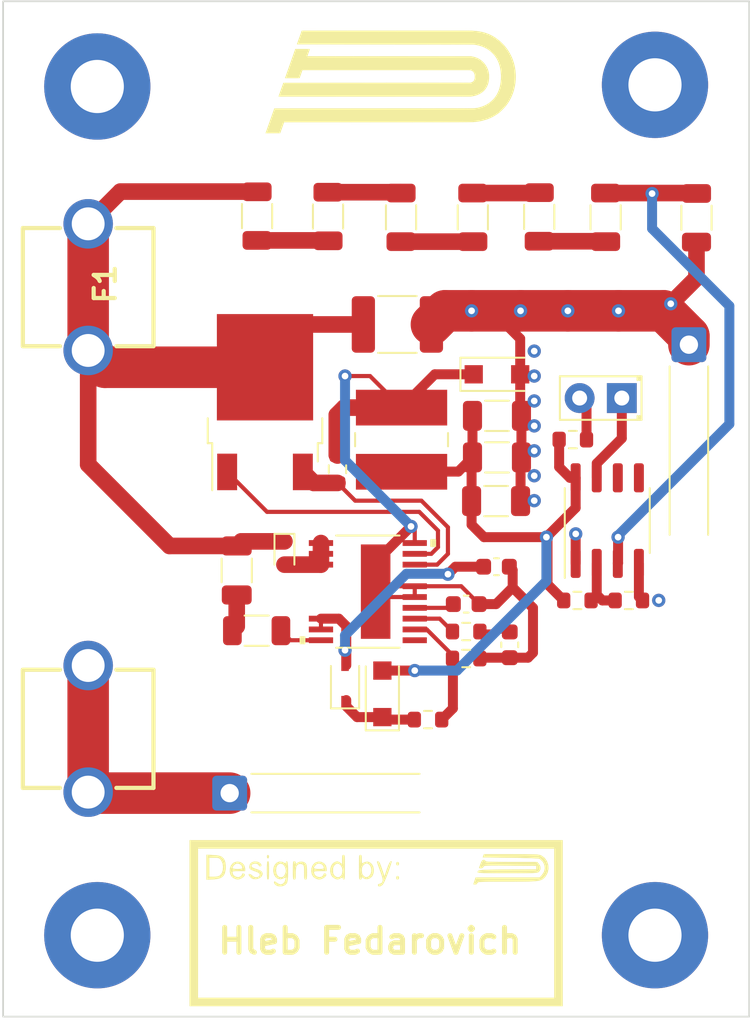
<source format=kicad_pcb>
(kicad_pcb (version 20211014) (generator pcbnew)
  (layers (0 "F.Cu" signal) (31 "B.Cu" signal) (34 "B.Paste" user) (35 "F.Paste" user) (36 "B.SilkS" user "B.Silkscreen") (37 "F.SilkS" user "F.Silkscreen") (38 "B.Mask" user) (39 "F.Mask" user) (44 "Edge.Cuts" user))
  (net 0 "")
  (net 1 "Net-(C1-Pad1)")
  (net 2 "Net-(C1-Pad2)")
  (net 3 "Net-(C2-Pad1)")
  (net 4 "Net-(C3-Pad1)")
  (net 5 "+VDC")
  (net 6 "GND")
  (net 7 "Net-(C5-Pad1)")
  (net 8 "+12V")
  (net 9 "Net-(D1-Pad1)")
  (net 10 "Net-(D1-Pad2)")
  (net 11 "Net-(D2-Pad1)")
  (net 12 "Net-(D4-Pad2)")
  (net 13 "Net-(F1-Pad2)")
  (net 14 "Net-(IC1-Pad3)")
  (net 17 "Net-(Q1-Pad1)")
  (net 18 "Net-(Q1-Pad3)")
  (net 19 "Net-(R1-Pad1)")
  (net 20 "Net-(R2-Pad1)")
  (net 21 "Net-(R3-Pad1)")
  (net 22 "Net-(R4-Pad1)")
  (net 23 "Net-(R5-Pad1)")
  (net 24 "Net-(IC1-Pad2)")
  (net 25 "Net-(R15-Pad1)")
  (net 26 "Net-(R17-Pad2)")
  (net 27 "Net-(R18-Pad2)")
  (footprint "Resistor_SMD:R_0603_1608Metric" (layer "F.Cu") (at 124.6002 121.0056 180)
    (fp_text reference "R8" hide)
    (fp_text value "5kR" hide)
    (pad "1" smd roundrect (at -0.825 0 180) (size 0.8 0.95) (layers "F.Cu" "F.Paste" "F.Mask") (net 24 "Net-(IC1-Pad2)"))
    (pad "2" smd roundrect (at 0.825 0 180) (size 0.8 0.95) (layers "F.Cu" "F.Paste" "F.Mask") (net 8 "+12V"))
  )
  (footprint "" (layer "F.Cu") (at 129.275 140.475)
    (fp_text reference "" (at 0 0) (layer "F.SilkS") (effects (font (size 1.27 1.27))))
    (fp_text value "" (at 0 0) (layer "F.SilkS") (effects (font (size 1.27 1.27))))
    (pad "1" thru_hole circle (at 0 0.675) (size 6.4 6.4) (drill 3.2) (layers *.Cu *.Mask))
  )
  (footprint "Diode_SMD:D_SOD-123F" (layer "F.Cu") (at 112.85 126.625 90)
    (fp_text reference "D2" hide)
    (fp_text value "US1KFA" hide)
    (pad "1" smd rect (at -1.4 0 90) (size 1.1 1.1) (layers "F.Cu" "F.Paste" "F.Mask") (net 11 "Net-(D2-Pad1)"))
    (pad "2" smd rect (at 1.4 0 90) (size 1.1 1.1) (layers "F.Cu" "F.Paste" "F.Mask") (net 8 "+12V"))
  )
  (footprint "Capacitor_SMD:C_0603_1608Metric" (layer "F.Cu") (at 119.725 118.975)
    (fp_text reference "C1" hide)
    (fp_text value "10uF" hide)
    (pad "1" smd roundrect (at -0.775 0) (size 0.9 0.95) (layers "F.Cu" "F.Paste" "F.Mask") (net 1 "Net-(C1-Pad1)"))
    (pad "2" smd roundrect (at 0.775 0) (size 0.9 0.95) (layers "F.Cu" "F.Paste" "F.Mask") (net 2 "Net-(C1-Pad2)"))
  )
  (footprint "LED_THT:LED_D2.0mm_W4.8mm_H2.5mm_FlatTop" (layer "F.Cu") (at 127.275 108.825 180)
    (fp_text reference "D1" hide)
    (fp_text value "LED" hide)
    (pad "1" thru_hole rect (at 0 0 180) (size 1.8 1.8) (drill 0.9) (layers *.Cu *.Mask) (net 9 "Net-(D1-Pad1)"))
    (pad "2" thru_hole circle (at 2.54 0 180) (size 1.8 1.8) (drill 0.9) (layers *.Cu *.Mask) (net 10 "Net-(D1-Pad2)"))
  )
  (footprint "Resistor_SMD:R_1206_3216Metric" (layer "F.Cu") (at 126.3 97.95 -90)
    (fp_text reference "R6" hide)
    (fp_text value "100kR" hide)
    (pad "1" smd roundrect (at -1.4625 0 270) (size 1.125 1.75) (layers "F.Cu" "F.Paste" "F.Mask") (roundrect_rratio 0.222222) (net 14 "Net-(IC1-Pad3)"))
    (pad "2" smd roundrect (at 1.4625 0 270) (size 1.125 1.75) (layers "F.Cu" "F.Paste" "F.Mask") (roundrect_rratio 0.222222) (net 23 "Net-(R5-Pad1)"))
  )
  (footprint "Capacitor_SMD:C_1206_3216Metric" (layer "F.Cu") (at 119.754 112.396 180)
    (fp_text reference "C7" hide)
    (fp_text value "47uF" hide)
    (pad "1" smd roundrect (at -1.475 0 180) (size 1.15 1.8) (layers "F.Cu" "F.Paste" "F.Mask") (roundrect_rratio 0.217391) (net 6 "GND"))
    (pad "2" smd roundrect (at 1.475 0 180) (size 1.15 1.8) (layers "F.Cu" "F.Paste" "F.Mask") (roundrect_rratio 0.217391) (net 8 "+12V"))
  )
  (footprint "SignatureBox25mm" (layer "F.Cu") (at 113.725 140.425)
    (fp_text reference "G***" hide)
    (fp_text value "LOGO" hide)
    (fp_text user "Hleb Fedarovich" (at -1.625 1.075 unlocked) (layer "F.SilkS") (effects (font (size 1.5 1.5) (thickness 0.3))))
  )
  (footprint "Inductor_SMD:L_Wuerth_WE-PD2-Typ-MS" (layer "F.Cu") (at 114.0056 111.33 -90)
    (fp_text reference "L1" hide)
    (fp_text value "1mH" hide)
    (pad "1" smd rect (at -1.93 0 270) (size 2.15 5.5) (layers "F.Cu" "F.Paste" "F.Mask") (net 2 "Net-(C1-Pad2)"))
    (pad "2" smd rect (at 1.93 0 270) (size 2.15 5.5) (layers "F.Cu" "F.Paste" "F.Mask") (net 8 "+12V"))
  )
  (footprint "Resistor_SMD:R_0603_1608Metric" (layer "F.Cu") (at 115.6 128.175 180)
    (fp_text reference "R15" hide)
    (fp_text value "21.5kR" hide)
    (pad "1" smd roundrect (at -0.825 0 180) (size 0.8 0.95) (layers "F.Cu" "F.Paste" "F.Mask") (net 25 "Net-(R15-Pad1)"))
    (pad "2" smd roundrect (at 0.825 0 180) (size 0.8 0.95) (layers "F.Cu" "F.Paste" "F.Mask") (net 11 "Net-(D2-Pad1)"))
  )
  (footprint "Capacitor_SMD:C_1206_3216Metric" (layer "F.Cu") (at 104.075 119.2 90)
    (fp_text reference "C5" hide)
    (fp_text value "10pF" hide)
    (pad "1" smd roundrect (at -1.475 0 90) (size 1.15 1.8) (layers "F.Cu" "F.Paste" "F.Mask") (roundrect_rratio 0.217391) (net 7 "Net-(C5-Pad1)"))
    (pad "2" smd roundrect (at 1.475 0 90) (size 1.15 1.8) (layers "F.Cu" "F.Paste" "F.Mask") (roundrect_rratio 0.217391) (net 5 "+VDC"))
  )
  (footprint "Resistor_SMD:R_1206_3216Metric" (layer "F.Cu") (at 113.975 97.95 90)
    (fp_text reference "R3" hide)
    (fp_text value "100kR" hide)
    (pad "1" smd roundrect (at -1.4625 0 90) (size 1.125 1.75) (layers "F.Cu" "F.Paste" "F.Mask") (roundrect_rratio 0.222222) (net 21 "Net-(R3-Pad1)"))
    (pad "2" smd roundrect (at 1.4625 0 90) (size 1.125 1.75) (layers "F.Cu" "F.Paste" "F.Mask") (roundrect_rratio 0.222222) (net 20 "Net-(R2-Pad1)"))
  )
  (footprint "Package_SO:SO-8_3.9x4.9mm_P1.27mm" (layer "F.Cu") (at 126.4 116.2 90)
    (fp_text reference "IC1" hide)
    (fp_text value "LM211DT" hide)
    (pad "1" smd roundrect (at -2.575 -1.905 90) (size 1.75 0.6) (layers "F.Cu" "F.Paste" "F.Mask") (net 6 "GND"))
    (pad "2" smd roundrect (at -2.575 -0.635 90) (size 1.75 0.6) (layers "F.Cu" "F.Paste" "F.Mask") (net 24 "Net-(IC1-Pad2)"))
    (pad "3" smd roundrect (at -2.575 0.635 90) (size 1.75 0.6) (layers "F.Cu" "F.Paste" "F.Mask") (net 14 "Net-(IC1-Pad3)"))
    (pad "4" smd roundrect (at -2.575 1.905 90) (size 1.75 0.6) (layers "F.Cu" "F.Paste" "F.Mask") (net 6 "GND"))
    (pad "5" smd roundrect (at 2.575 1.905 90) (size 1.75 0.6) (layers "F.Cu" "F.Paste" "F.Mask"))
    (pad "6" smd roundrect (at 2.575 0.635 90) (size 1.75 0.6) (layers "F.Cu" "F.Paste" "F.Mask"))
    (pad "7" smd roundrect (at 2.575 -0.635 90) (size 1.75 0.6) (layers "F.Cu" "F.Paste" "F.Mask") (net 9 "Net-(D1-Pad1)"))
    (pad "8" smd roundrect (at 2.575 -1.905 90) (size 1.75 0.6) (layers "F.Cu" "F.Paste" "F.Mask") (net 8 "+12V"))
  )
  (footprint "Diode_SMD:D_SOD-323" (layer "F.Cu") (at 110.6 126 90)
    (fp_text reference "D3" hide)
    (fp_text value "CMDSH2-3" hide)
    (pad "1" smd rect (at -1.05 0 90) (size 0.6 0.45) (layers "F.Cu" "F.Paste" "F.Mask") (net 11 "Net-(D2-Pad1)"))
    (pad "2" smd rect (at 1.05 0 90) (size 0.6 0.45) (layers "F.Cu" "F.Paste" "F.Mask") (net 1 "Net-(C1-Pad1)"))
  )
  (footprint "Resistor_SMD:R_0603_1608Metric" (layer "F.Cu") (at 117.9 124.5 180)
    (fp_text reference "R16" hide)
    (fp_text value "2.49kR" hide)
    (pad "1" smd roundrect (at -0.825 0 180) (size 0.8 0.95) (layers "F.Cu" "F.Paste" "F.Mask") (net 2 "Net-(C1-Pad2)"))
    (pad "2" smd roundrect (at 0.825 0 180) (size 0.8 0.95) (layers "F.Cu" "F.Paste" "F.Mask") (net 25 "Net-(R15-Pad1)"))
  )
  (footprint "Resistor_SMD:R_1206_3216Metric" (layer "F.Cu") (at 118.3 97.95 -90)
    (fp_text reference "R4" hide)
    (fp_text value "100kR" hide)
    (pad "1" smd roundrect (at -1.4625 0 270) (size 1.125 1.75) (layers "F.Cu" "F.Paste" "F.Mask") (roundrect_rratio 0.222222) (net 22 "Net-(R4-Pad1)"))
    (pad "2" smd roundrect (at 1.4625 0 270) (size 1.125 1.75) (layers "F.Cu" "F.Paste" "F.Mask") (roundrect_rratio 0.222222) (net 21 "Net-(R3-Pad1)"))
  )
  (footprint "Resistor_SMD:R_1206_3216Metric" (layer "F.Cu") (at 105.3 97.875 90)
    (fp_text reference "R1" hide)
    (fp_text value "100kR" hide)
    (pad "1" smd roundrect (at -1.4625 0 90) (size 1.125 1.75) (layers "F.Cu" "F.Paste" "F.Mask") (roundrect_rratio 0.222222) (net 19 "Net-(R1-Pad1)"))
    (pad "2" smd roundrect (at 1.4625 0 90) (size 1.125 1.75) (layers "F.Cu" "F.Paste" "F.Mask") (roundrect_rratio 0.222222) (net 5 "+VDC"))
  )
  (footprint "PUTM_LOGO_18mm" (layer "F.Cu") (at 112.890874 89.634565)
    (fp_text reference "G***" hide)
    (fp_text value "LOGO" hide)
  )
  (footprint "" (layer "F.Cu") (at 97.825 90.075)
    (fp_text reference "" (at 0 0) (layer "F.SilkS") (effects (font (size 1.27 1.27))))
    (fp_text value "" (at 0 0) (layer "F.SilkS") (effects (font (size 1.27 1.27))))
    (pad "1" thru_hole circle (at -2.15 0) (size 6.4 6.4) (drill 3.2) (layers *.Cu *.Mask))
  )
  (footprint "Connector_Wire:SolderWire-0.5sqmm_1x01_D0.9mm_OD2.1mm_Relief" (layer "F.Cu") (at 131.318 105.6132)
    (fp_text reference "J2" hide)
    (fp_text value "HV-")
    (pad "" np_thru_hole circle (at 0 12.6) (size 2.6 2.6) (drill 2.6) (layers *.Cu *.Mask))
    (pad "1" thru_hole roundrect (at 0 0) (size 2.1 2.1) (drill 1.1) (layers *.Cu *.Mask) (roundrect_rratio 0.119048) (net 6 "GND"))
  )
  (footprint "Capacitor_SMD:C_1206_3216Metric" (layer "F.Cu") (at 119.7 115.025 180)
    (fp_text reference "C6" hide)
    (fp_text value "47uF" hide)
    (pad "1" smd roundrect (at -1.475 0 180) (size 1.15 1.8) (layers "F.Cu" "F.Paste" "F.Mask") (roundrect_rratio 0.217391) (net 6 "GND"))
    (pad "2" smd roundrect (at 1.475 0 180) (size 1.15 1.8) (layers "F.Cu" "F.Paste" "F.Mask") (roundrect_rratio 0.217391) (net 8 "+12V"))
  )
  (footprint "vindicator:LT8316EFE" (layer "F.Cu") (at 111.975 120.475)
    (fp_text reference "U1" hide)
    (fp_text value "LT8316EFE" hide)
    (pad "1" smd rect (at -2.825001 -2.925) (size 1.4612 0.3508) (layers "F.Cu" "F.Paste" "F.Mask") (net 12 "Net-(D4-Pad2)"))
    (pad "2" smd rect (at -2.825001 -2.274999) (size 1.4612 0.3508) (layers "F.Cu" "F.Paste" "F.Mask") (net 12 "Net-(D4-Pad2)"))
    (pad "3" smd rect (at -2.825001 -1.625001) (size 1.4612 0.3508) (layers "F.Cu" "F.Paste" "F.Mask") (net 12 "Net-(D4-Pad2)"))
    (pad "8" smd rect (at -2.825001 1.624998) (size 1.4612 0.3508) (layers "F.Cu" "F.Paste" "F.Mask") (net 1 "Net-(C1-Pad1)"))
    (pad "9" smd rect (at -2.825001 2.274999) (size 1.4612 0.3508) (layers "F.Cu" "F.Paste" "F.Mask") (net 1 "Net-(C1-Pad1)"))
    (pad "10" smd rect (at -2.825001 2.924998) (size 1.4612 0.3508) (layers "F.Cu" "F.Paste" "F.Mask") (net 27 "Net-(R18-Pad2)"))
    (pad "11" smd rect (at 2.825001 2.925) (size 1.4612 0.3508) (layers "F.Cu" "F.Paste" "F.Mask"))
    (pad "12" smd rect (at 2.825001 2.275002) (size 1.4612 0.3508) (layers "F.Cu" "F.Paste" "F.Mask") (net 25 "Net-(R15-Pad1)"))
    (pad "13" smd rect (at 2.825001 1.625001) (size 1.4612 0.3508) (layers "F.Cu" "F.Paste" "F.Mask") (net 26 "Net-(R17-Pad2)"))
    (pad "14" smd rect (at 2.825001 0.975002) (size 1.4612 0.3508) (layers "F.Cu" "F.Paste" "F.Mask") (net 4 "Net-(C3-Pad1)"))
    (pad "15" smd rect (at 2.825001 0.325001) (size 1.4612 0.3508) (layers "F.Cu" "F.Paste" "F.Mask") (net 2 "Net-(C1-Pad2)"))
    (pad "16" smd rect (at 2.825001 -0.324998) (size 1.4612 0.3508) (layers "F.Cu" "F.Paste" "F.Mask") (net 2 "Net-(C1-Pad2)"))
    (pad "17" smd rect (at 2.825001 -0.974999) (size 1.4612 0.3508) (layers "F.Cu" "F.Paste" "F.Mask") (net 1 "Net-(C1-Pad1)"))
    (pad "18" smd rect (at 2.825001 -1.624998) (size 1.4612 0.3508) (layers "F.Cu" "F.Paste" "F.Mask") (net 18 "Net-(Q1-Pad3)"))
    (pad "19" smd rect (at 2.825001 -2.274999) (size 1.4612 0.3508) (layers "F.Cu" "F.Paste" "F.Mask") (net 17 "Net-(Q1-Pad1)"))
    (pad "20" smd rect (at 2.825001 -2.924998) (size 1.4612 0.3508) (layers "F.Cu" "F.Paste" "F.Mask") (net 2 "Net-(C1-Pad2)"))
    (pad "EPAD" smd rect (at 0.47 0) (size 1.78 5.680001) (layers "F.Cu" "F.Paste" "F.Mask") (net 2 "Net-(C1-Pad2)"))
  )
  (footprint "Resistor_SMD:R_0603_1608Metric" (layer "F.Cu") (at 127.699 121.0056 180)
    (fp_text reference "R13" hide)
    (fp_text value "400R" hide)
    (pad "1" smd roundrect (at -0.825 0 180) (size 0.8 0.95) (layers "F.Cu" "F.Paste" "F.Mask") (net 6 "GND"))
    (pad "2" smd roundrect (at 0.825 0 180) (size 0.8 0.95) (layers "F.Cu" "F.Paste" "F.Mask") (net 24 "Net-(IC1-Pad2)"))
  )
  (footprint "Capacitor_SMD:C_0603_1608Metric" (layer "F.Cu") (at 117.9 121.225)
    (fp_text reference "C3" hide)
    (fp_text value "100nF" hide)
    (pad "1" smd roundrect (at -0.775 0) (size 0.9 0.95) (layers "F.Cu" "F.Paste" "F.Mask") (net 4 "Net-(C3-Pad1)"))
    (pad "2" smd roundrect (at 0.775 0) (size 0.9 0.95) (layers "F.Cu" "F.Paste" "F.Mask") (net 2 "Net-(C1-Pad2)"))
  )
  (footprint "" (layer "F.Cu") (at 129.225 89.975)
    (fp_text reference "" (at 0 0) (layer "F.SilkS") (effects (font (size 1.27 1.27))))
    (fp_text value "" (at 0 0) (layer "F.SilkS") (effects (font (size 1.27 1.27))))
    (pad "1" thru_hole circle (at 0.05 0) (size 6.4 6.4) (drill 3.2) (layers *.Cu *.Mask))
  )
  (footprint "Connector_Wire:SolderWire-0.5sqmm_1x01_D0.9mm_OD2.1mm_Relief" (layer "F.Cu") (at 103.65 132.6 90)
    (fp_text reference "J1" hide)
    (fp_text value "HV+")
    (pad "" np_thru_hole circle (at 0 12.6 90) (size 2.6 2.6) (drill 2.6) (layers *.Cu *.Mask))
    (pad "1" thru_hole roundrect (at 0 0 90) (size 2.1 2.1) (drill 1.1) (layers *.Cu *.Mask) (roundrect_rratio 0.119048) (net 13 "Net-(F1-Pad2)"))
  )
  (footprint "Diode_SMD:D_SOD-523" (layer "F.Cu") (at 106.95 118.15 -90)
    (fp_text reference "D4" hide)
    (fp_text value "D_Zener 10V" hide)
    (pad "1" smd rect (at -0.7 0 90) (size 0.6 0.7) (layers "F.Cu" "F.Paste" "F.Mask") (net 5 "+VDC"))
    (pad "2" smd rect (at 0.7 0 90) (size 0.6 0.7) (layers "F.Cu" "F.Paste" "F.Mask") (net 12 "Net-(D4-Pad2)"))
  )
  (footprint "Resistor_SMD:R_0603_1608Metric" (layer "F.Cu") (at 124.325 111.325)
    (fp_text reference "R14" hide)
    (fp_text value "143R" hide)
    (pad "1" smd roundrect (at -0.825 0) (size 0.8 0.95) (layers "F.Cu" "F.Paste" "F.Mask") (net 8 "+12V"))
    (pad "2" smd roundrect (at 0.825 0) (size 0.8 0.95) (layers "F.Cu" "F.Paste" "F.Mask") (net 10 "Net-(D1-Pad2)"))
  )
  (footprint "Package_TO_SOT_SMD:TO-252-2" (layer "F.Cu") (at 105.779 109.071 90)
    (fp_text reference "Q1" hide)
    (fp_text value "TK3P80E,RQ" hide)
    (pad "1" smd rect (at -4.2 -2.28 90) (size 2.2 1.2) (layers "F.Cu" "F.Paste" "F.Mask") (net 17 "Net-(Q1-Pad1)"))
    (pad "2" smd rect (at 2.1 0 90) (size 6.4 5.8) (layers "F.Cu" "F.Mask") (net 5 "+VDC"))
    (pad "3" smd rect (at -4.2 2.28 90) (size 2.2 1.2) (layers "F.Cu" "F.Paste" "F.Mask") (net 18 "Net-(Q1-Pad3)"))
  )
  (footprint "Resistor_SMD:R_1206_3216Metric" (layer "F.Cu") (at 122.3 97.925 90)
    (fp_text reference "R5" hide)
    (fp_text value "100kR" hide)
    (pad "1" smd roundrect (at -1.4625 0 90) (size 1.125 1.75) (layers "F.Cu" "F.Paste" "F.Mask") (roundrect_rratio 0.222222) (net 23 "Net-(R5-Pad1)"))
    (pad "2" smd roundrect (at 1.4625 0 90) (size 1.125 1.75) (layers "F.Cu" "F.Paste" "F.Mask") (roundrect_rratio 0.222222) (net 22 "Net-(R4-Pad1)"))
  )
  (footprint "" (layer "F.Cu") (at 99 141.85)
    (fp_text reference "" (at 0 0) (layer "F.SilkS") (effects (font (size 1.27 1.27))))
    (fp_text value "" (at 0 0) (layer "F.SilkS") (effects (font (size 1.27 1.27))))
    (pad "1" thru_hole circle (at -3.325 -0.7) (size 6.4 6.4) (drill 3.2) (layers *.Cu *.Mask))
  )
  (footprint "vindicator:01020071Z-FUSE-CLIP" (layer "F.Cu") (at 95.125 102.15 -90)
    (fp_text reference "F1" (at -0.19033 -1.027 90) (layer "F.SilkS") (effects (font (size 1.27 1.27) (thickness 0.254))))
    (fp_text value "Fuse 600V" hide)
    (pad "1" thru_hole circle (at -3.81 0 270) (size 2.98 2.98) (drill 1.98) (layers *.Cu *.Mask) (net 5 "+VDC"))
    (pad "1" thru_hole circle (at 3.81 0 270) (size 2.98 2.98) (drill 1.98) (layers *.Cu *.Mask) (net 5 "+VDC"))
    (pad "2" thru_hole circle (at 22.77 0 270) (size 2.98 2.98) (drill 1.98) (layers *.Cu *.Mask) (net 13 "Net-(F1-Pad2)"))
    (pad "2" thru_hole circle (at 30.39 0 270) (size 2.98 2.98) (drill 1.98) (layers *.Cu *.Mask) (net 13 "Net-(F1-Pad2)"))
  )
  (footprint "Resistor_SMD:R_1206_3216Metric" (layer "F.Cu") (at 131.775 97.975 90)
    (fp_text reference "R7" hide)
    (fp_text value "10kR" hide)
    (pad "1" smd roundrect (at -1.4625 0 90) (size 1.125 1.75) (layers "F.Cu" "F.Paste" "F.Mask") (roundrect_rratio 0.222222) (net 6 "GND"))
    (pad "2" smd roundrect (at 1.4625 0 90) (size 1.125 1.75) (layers "F.Cu" "F.Paste" "F.Mask") (roundrect_rratio 0.222222) (net 14 "Net-(IC1-Pad3)"))
  )
  (footprint "Capacitor_SMD:C_1206_3216Metric" (layer "F.Cu") (at 119.754 109.896 180)
    (fp_text reference "C8" hide)
    (fp_text value "47uF" hide)
    (pad "1" smd roundrect (at -1.475 0 180) (size 1.15 1.8) (layers "F.Cu" "F.Paste" "F.Mask") (roundrect_rratio 0.217391) (net 6 "GND"))
    (pad "2" smd roundrect (at 1.475 0 180) (size 1.15 1.8) (layers "F.Cu" "F.Paste" "F.Mask") (roundrect_rratio 0.217391) (net 8 "+12V"))
  )
  (footprint "Resistor_SMD:R_0603_1608Metric" (layer "F.Cu") (at 117.9 122.875 180)
    (fp_text reference "R17" hide)
    (fp_text value "22.1kR" hide)
    (pad "1" smd roundrect (at -0.825 0 180) (size 0.8 0.95) (layers "F.Cu" "F.Paste" "F.Mask") (net 3 "Net-(C2-Pad1)"))
    (pad "2" smd roundrect (at 0.825 0 180) (size 0.8 0.95) (layers "F.Cu" "F.Paste" "F.Mask") (net 26 "Net-(R17-Pad2)"))
  )
  (footprint "Diode_SMD:D_SOD-123F" (layer "F.Cu") (at 119.754 107.396)
    (fp_text reference "D5" hide)
    (fp_text value "US1KFA" hide)
    (pad "1" smd rect (at -1.4 0) (size 1.1 1.1) (layers "F.Cu" "F.Paste" "F.Mask") (net 2 "Net-(C1-Pad2)"))
    (pad "2" smd rect (at 1.4 0) (size 1.1 1.1) (layers "F.Cu" "F.Paste" "F.Mask") (net 6 "GND"))
  )
  (footprint "Resistor_SMD:R_1206_3216Metric" (layer "F.Cu") (at 109.575 97.9 -90)
    (fp_text reference "R2" hide)
    (fp_text value "100kR" hide)
    (pad "1" smd roundrect (at -1.4625 0 270) (size 1.125 1.75) (layers "F.Cu" "F.Paste" "F.Mask") (roundrect_rratio 0.222222) (net 20 "Net-(R2-Pad1)"))
    (pad "2" smd roundrect (at 1.4625 0 270) (size 1.125 1.75) (layers "F.Cu" "F.Paste" "F.Mask") (roundrect_rratio 0.222222) (net 19 "Net-(R1-Pad1)"))
  )
  (footprint "Capacitor_SMD:C_0603_1608Metric" (layer "F.Cu") (at 120.525 123.675 -90)
    (fp_text reference "C2" hide)
    (fp_text value "100nF" hide)
    (pad "1" smd roundrect (at -0.775 0 270) (size 0.9 0.95) (layers "F.Cu" "F.Paste" "F.Mask") (net 3 "Net-(C2-Pad1)"))
    (pad "2" smd roundrect (at 0.775 0 270) (size 0.9 0.95) (layers "F.Cu" "F.Paste" "F.Mask") (net 2 "Net-(C1-Pad2)"))
  )
  (footprint "Resistor_SMD:R_1206_3216Metric" (layer "F.Cu") (at 105.275 122.825)
    (fp_text reference "R18" hide)
    (fp_text value "10kR" hide)
    (pad "1" smd roundrect (at -1.4625 0) (size 1.125 1.75) (layers "F.Cu" "F.Paste" "F.Mask") (roundrect_rratio 0.222222) (net 7 "Net-(C5-Pad1)"))
    (pad "2" smd roundrect (at 1.4625 0) (size 1.125 1.75) (layers "F.Cu" "F.Paste" "F.Mask") (roundrect_rratio 0.222222) (net 27 "Net-(R18-Pad2)"))
  )
  (footprint "Resistor_SMD:R_0603_1608Metric" (layer "F.Cu") (at 110.1448 113.108 -90)
    (fp_text reference "R19" hide)
    (fp_text value "220mR" hide)
    (pad "1" smd roundrect (at -0.825 0 270) (size 0.8 0.95) (layers "F.Cu" "F.Paste" "F.Mask") (net 2 "Net-(C1-Pad2)"))
    (pad "2" smd roundrect (at 0.825 0 270) (size 0.8 0.95) (layers "F.Cu" "F.Paste" "F.Mask") (net 18 "Net-(Q1-Pad3)"))
  )
  (footprint "Capacitor_SMD:C_1812_4532Metric" (layer "F.Cu") (at 113.754 104.396)
    (fp_text reference "C4" hide)
    (fp_text value "0.1uF" hide)
    (pad "1" smd roundrect (at -2.05 0) (size 1.4 3.4) (layers "F.Cu" "F.Paste" "F.Mask") (roundrect_rratio 0.178571) (net 5 "+VDC"))
    (pad "2" smd roundrect (at 2.05 0) (size 1.4 3.4) (layers "F.Cu" "F.Paste" "F.Mask") (roundrect_rratio 0.178571) (net 6 "GND"))
  )
  (gr_rect (start 90 84.95) (end 134.95 146.05) (layer "Edge.Cuts") (width 0.1) (fill none))
  (segment (start 117.250502 118.975) (end 118.95 118.975) (width 0.6) (layer "F.Cu") (net 1))
  (segment (start 110.675 124.075) (end 110.675 124.9) (width 0.6) (layer "F.Cu") (net 1))
  (segment (start 110.675 124.9) (end 110.675 122.55) (width 0.6) (layer "F.Cu") (net 1))
  (segment (start 116.725501 119.500001) (end 114.800001 119.500001) (width 0.25) (layer "F.Cu") (net 1))
  (segment (start 116.8 119.425502) (end 116.725501 119.500001) (width 0.25) (layer "F.Cu") (net 1))
  (segment (start 110.6 124) (end 110.675 124.075) (width 0.6) (layer "F.Cu") (net 1))
  (segment (start 110.224998 122.099998) (end 109.149999 122.099998) (width 0.6) (layer "F.Cu") (net 1))
  (segment (start 109.149999 122.749999) (end 109.149999 122.099998) (width 0.25) (layer "F.Cu") (net 1))
  (segment (start 110.675 122.55) (end 110.224998 122.099998) (width 0.6) (layer "F.Cu") (net 1))
  (segment (start 116.8 119.425502) (end 117.250502 118.975) (width 0.6) (layer "F.Cu") (net 1))
  (via (at 110.6 124) (size 0.8) (drill 0.4) (layers "F.Cu" "B.Cu") (net 1))
  (via (at 116.8 119.425502) (size 0.8) (drill 0.4) (layers "F.Cu" "B.Cu") (net 1))
  (segment (start 116.774498 119.4) (end 114.3 119.4) (width 0.6) (layer "B.Cu") (net 1))
  (segment (start 110.6 123.1) (end 110.6 124) (width 0.6) (layer "B.Cu") (net 1))
  (segment (start 114.3 119.4) (end 110.6 123.1) (width 0.6) (layer "B.Cu") (net 1))
  (segment (start 116.8 119.425502) (end 116.774498 119.4) (width 0.6) (layer "B.Cu") (net 1))
  (segment (start 120.7 119.175) (end 120.7 120.225) (width 0.6) (layer "F.Cu") (net 2))
  (segment (start 115.45 109.4) (end 114.0056 109.4) (width 1) (layer "F.Cu") (net 2))
  (segment (start 110.104 112.2422) (end 110.1448 112.283) (width 1) (layer "F.Cu") (net 2))
  (segment (start 120.525 124.45) (end 121.625 124.45) (width 0.6) (layer "F.Cu") (net 2))
  (segment (start 114.800001 116.775001) (end 114.575 116.55) (width 0.25) (layer "F.Cu") (net 2))
  (segment (start 120.7 120.225) (end 121.925 121.45) (width 0.6) (layer "F.Cu") (net 2))
  (segment (start 112.445 120.475) (end 112.445 118.645) (width 0.6) (layer "F.Cu") (net 2))
  (segment (start 120.5 118.975) (end 120.7 119.175) (width 0.6) (layer "F.Cu") (net 2))
  (segment (start 114.575 116.55) (end 112.445 118.68) (width 0.6) (layer "F.Cu") (net 2))
  (segment (start 118.775 124.45) (end 118.725 124.5) (width 0.6) (layer "F.Cu") (net 2))
  (segment (start 118.675 121.225) (end 119.7 121.225) (width 0.6) (layer "F.Cu") (net 2))
  (segment (start 120.525 124.45) (end 118.775 124.45) (width 0.6) (layer "F.Cu") (net 2))
  (segment (start 119.7 121.225) (end 120.7 120.225) (width 0.6) (layer "F.Cu") (net 2))
  (segment (start 114.800001 120.800001) (end 112.770001 120.800001) (width 0.25) (layer "F.Cu") (net 2))
  (segment (start 121.925 124.15) (end 121.625 124.45) (width 0.6) (layer "F.Cu") (net 2))
  (segment (start 114.800001 120.150002) (end 112.769998 120.150002) (width 0.25) (layer "F.Cu") (net 2))
  (segment (start 114.0056 109.4) (end 110.55 109.4) (width 1) (layer "F.Cu") (net 2))
  (segment (start 117.600002 120.150002) (end 114.800001 120.150002) (width 0.25) (layer "F.Cu") (net 2))
  (segment (start 116.0096 107.396) (end 114.0056 109.4) (width 0.6) (layer "F.Cu") (net 2))
  (segment (start 110.104 109.846) (end 110.104 112.2422) (width 1) (layer "F.Cu") (net 2))
  (segment (start 112.770001 120.800001) (end 112.445 120.475) (width 0.25) (layer "F.Cu") (net 2))
  (segment (start 114.800001 120.800001) (end 114.800001 120.150002) (width 0.25) (layer "F.Cu") (net 2))
  (segment (start 121.925 121.45) (end 121.925 124.15) (width 0.6) (layer "F.Cu") (net 2))
  (segment (start 110.55 109.4) (end 110.104 109.846) (width 1) (layer "F.Cu") (net 2))
  (segment (start 112.1056 107.5) (end 114.0056 109.4) (width 0.25) (layer "F.Cu") (net 2))
  (segment (start 112.769998 120.150002) (end 112.445 120.475) (width 0.25) (layer "F.Cu") (net 2))
  (segment (start 118.675 121.225) (end 117.600002 120.150002) (width 0.25) (layer "F.Cu") (net 2))
  (segment (start 114.800001 117.550002) (end 114.800001 116.775001) (width 0.25) (layer "F.Cu") (net 2))
  (segment (start 118.354 107.396) (end 116.0096 107.396) (width 0.6) (layer "F.Cu") (net 2))
  (segment (start 112.445 118.68) (end 112.445 120.475) (width 0.6) (layer "F.Cu") (net 2))
  (segment (start 110.6 107.5) (end 112.1056 107.5) (width 0.25) (layer "F.Cu") (net 2))
  (via (at 114.575 116.55) (size 0.8) (drill 0.4) (layers "F.Cu" "B.Cu") (net 2))
  (via (at 110.6 107.5) (size 0.8) (drill 0.4) (layers "F.Cu" "B.Cu") (net 2))
  (segment (start 110.6 112.575) (end 114.575 116.55) (width 0.6) (layer "B.Cu") (net 2))
  (segment (start 110.6 107.5) (end 110.6 112.575) (width 0.6) (layer "B.Cu") (net 2))
  (segment (start 118.725 122.875) (end 120.5 122.875) (width 0.25) (layer "F.Cu") (net 3))
  (segment (start 120.5 122.875) (end 120.525 122.9) (width 0.25) (layer "F.Cu") (net 3))
  (segment (start 116.899998 121.450002) (end 117.125 121.225) (width 0.25) (layer "F.Cu") (net 4))
  (segment (start 114.800001 121.450002) (end 116.899998 121.450002) (width 0.25) (layer "F.Cu") (net 4))
  (segment (start 95.125 98.34) (end 95.125 105.96) (width 2.5) (layer "F.Cu") (net 5))
  (segment (start 104.35 117.45) (end 104.075 117.725) (width 1) (layer "F.Cu") (net 5))
  (segment (start 105.779 106.971) (end 96.136 106.971) (width 2.5) (layer "F.Cu") (net 5))
  (segment (start 100.025 117.725) (end 95.125 112.825) (width 1) (layer "F.Cu") (net 5))
  (segment (start 106.95 117.45) (end 104.35 117.45) (width 1) (layer "F.Cu") (net 5))
  (segment (start 105.3 96.4125) (end 105.2875 96.4) (width 1) (layer "F.Cu") (net 5))
  (segment (start 111.704 104.396) (end 108.354 104.396) (width 1) (layer "F.Cu") (net 5))
  (segment (start 95.125 112.825) (end 95.125 105.96) (width 1) (layer "F.Cu") (net 5))
  (segment (start 97.065 96.4) (end 95.125 98.34) (width 1) (layer "F.Cu") (net 5))
  (segment (start 108.354 104.396) (end 105.779 106.971) (width 1) (layer "F.Cu") (net 5))
  (segment (start 96.136 106.971) (end 95.125 105.96) (width 2.5) (layer "F.Cu") (net 5))
  (segment (start 104.075 117.725) (end 100.025 117.725) (width 1) (layer "F.Cu") (net 5))
  (segment (start 105.2875 96.4) (end 97.065 96.4) (width 1) (layer "F.Cu") (net 5))
  (segment (start 119.4 103.9) (end 116.3 103.9) (width 0.6) (layer "F.Cu") (net 6))
  (segment (start 131.318 105.6132) (end 131.318 105.093) (width 2.5) (layer "F.Cu") (net 6))
  (segment (start 124.495 118.775) (end 124.495 117.005) (width 0.6) (layer "F.Cu") (net 6))
  (segment (start 127.075 103.575) (end 124.025 103.575) (width 2.5) (layer "F.Cu") (net 6))
  (segment (start 124.025 103.575) (end 121.175 103.575) (width 2.5) (layer "F.Cu") (net 6))
  (segment (start 124.495 117.005) (end 124.5 117) (width 0.6) (layer "F.Cu") (net 6))
  (segment (start 131.775 99.4375) (end 131.775 101.6) (width 1) (layer "F.Cu") (net 6))
  (segment (start 131.775 101.6) (end 130.225 103.15) (width 1) (layer "F.Cu") (net 6))
  (segment (start 121.175 112.45) (end 121.229 112.396) (width 0.6) (layer "F.Cu") (net 6))
  (segment (start 121.175 103.575) (end 118.225 103.575) (width 2.5) (layer "F.Cu") (net 6))
  (segment (start 119.8 103.9) (end 119.4 103.9) (width 0.6) (layer "F.Cu") (net 6))
  (segment (start 129.8 103.575) (end 127.075 103.575) (width 2.5) (layer "F.Cu") (net 6))
  (segment (start 130.225 103.15) (end 129.8 103.575) (width 1) (layer "F.Cu") (net 6))
  (segment (start 121.229 109.896) (end 121.229 112.396) (width 0.6) (layer "F.Cu") (net 6))
  (segment (start 116.625 103.575) (end 115.804 104.396) (width 2.5) (layer "F.Cu") (net 6))
  (segment (start 128.305 120.7866) (end 128.524 121.0056) (width 0.6) (layer "F.Cu") (net 6))
  (segment (start 121.154 107.396) (end 121.154 105.254) (width 0.6) (layer "F.Cu") (net 6))
  (segment (start 131.318 105.093) (end 129.8 103.575) (width 2.5) (layer "F.Cu") (net 6))
  (segment (start 121.154 109.821) (end 121.229 109.896) (width 0.6) (layer "F.Cu") (net 6))
  (segment (start 128.305 118.775) (end 128.305 120.7866) (width 0.6) (layer "F.Cu") (net 6))
  (segment (start 121.175 115.025) (end 121.175 112.45) (width 0.6) (layer "F.Cu") (net 6))
  (segment (start 121.154 105.254) (end 119.8 103.9) (width 0.6) (layer "F.Cu") (net 6))
  (segment (start 121.154 107.396) (end 121.154 109.821) (width 0.6) (layer "F.Cu") (net 6))
  (segment (start 116.3 103.9) (end 115.804 104.396) (width 0.6) (layer "F.Cu") (net 6))
  (segment (start 118.225 103.575) (end 116.625 103.575) (width 2.5) (layer "F.Cu") (net 6))
  (via (at 121.175 103.575) (size 0.8) (drill 0.4) (layers "F.Cu" "B.Cu") (net 6))
  (via (at 122 109) (size 0.8) (drill 0.4) (layers "F.Cu" "B.Cu") (net 6))
  (via (at 129.5 121) (size 0.8) (drill 0.4) (layers "F.Cu" "B.Cu") (net 6))
  (via (at 122 110.5) (size 0.8) (drill 0.4) (layers "F.Cu" "B.Cu") (net 6))
  (via (at 124.5 117) (size 0.8) (drill 0.4) (layers "F.Cu" "B.Cu") (net 6))
  (via (at 122 112) (size 0.8) (drill 0.4) (layers "F.Cu" "B.Cu") (net 6))
  (via (at 122 115) (size 0.8) (drill 0.4) (layers "F.Cu" "B.Cu") (net 6))
  (via (at 122 107.5) (size 0.8) (drill 0.4) (layers "F.Cu" "B.Cu") (net 6))
  (via (at 130.225 103.15) (size 0.8) (drill 0.4) (layers "F.Cu" "B.Cu") (net 6))
  (via (at 118.225 103.575) (size 0.8) (drill 0.4) (layers "F.Cu" "B.Cu") (net 6))
  (via (at 122 113.5) (size 0.8) (drill 0.4) (layers "F.Cu" "B.Cu") (net 6))
  (via (at 127.075 103.575) (size 0.8) (drill 0.4) (layers "F.Cu" "B.Cu") (net 6))
  (via (at 124.025 103.575) (size 0.8) (drill 0.4) (layers "F.Cu" "B.Cu") (net 6))
  (via (at 122 106) (size 0.8) (drill 0.4) (layers "F.Cu" "B.Cu") (net 6))
  (segment (start 104.075 122.5625) (end 103.8125 122.825) (width 1) (layer "F.Cu") (net 7))
  (segment (start 104.075 120.675) (end 104.075 122.5625) (width 1) (layer "F.Cu") (net 7))
  (segment (start 124.15 113.625) (end 123.5 112.975) (width 0.6) (layer "F.Cu") (net 8))
  (segment (start 118.279 112.396) (end 117.425 113.25) (width 0.6) (layer "F.Cu") (net 8))
  (segment (start 117.425 113.25) (end 114.0156 113.25) (width 0.6) (layer "F.Cu") (net 8))
  (segment (start 123.7752 121.0056) (end 122.8 120.0304) (width 0.6) (layer "F.Cu") (net 8))
  (segment (start 118.279 112.396) (end 118.279 109.896) (width 0.6) (layer "F.Cu") (net 8))
  (segment (start 114.0156 113.25) (end 114.0056 113.26) (width 0.6) (layer "F.Cu") (net 8))
  (segment (start 124.495 113.625) (end 124.495 115.4334) (width 0.6) (layer "F.Cu") (net 8))
  (segment (start 112.85 125.225) (end 114.8 125.225) (width 0.6) (layer "F.Cu") (net 8))
  (segment (start 123.5 112.975) (end 123.5 111.325) (width 0.6) (layer "F.Cu") (net 8))
  (segment (start 118.225 112.45) (end 118.279 112.396) (width 0.6) (layer "F.Cu") (net 8))
  (segment (start 122.7328 117.1956) (end 118.9736 117.1956) (width 0.6) (layer "F.Cu") (net 8))
  (segment (start 118.9736 117.1956) (end 118.225 116.447) (width 0.6) (layer "F.Cu") (net 8))
  (segment (start 124.495 115.4334) (end 122.936 116.9924) (width 0.6) (layer "F.Cu") (net 8))
  (segment (start 122.936 116.9924) (end 122.7328 117.1956) (width 0.6) (layer "F.Cu") (net 8))
  (segment (start 122.8 120.0304) (end 122.8 117.1284) (width 0.6) (layer "F.Cu") (net 8))
  (segment (start 118.225 116.447) (end 118.225 115.025) (width 0.6) (layer "F.Cu") (net 8))
  (segment (start 118.225 115.025) (end 118.225 112.45) (width 0.6) (layer "F.Cu") (net 8))
  (segment (start 124.495 113.625) (end 124.15 113.625) (width 0.6) (layer "F.Cu") (net 8))
  (segment (start 122.8 117.1284) (end 122.936 116.9924) (width 0.6) (layer "F.Cu") (net 8))
  (via (at 114.8 125.225) (size 0.8) (drill 0.4) (layers "F.Cu" "B.Cu") (net 8))
  (via (at 122.7328 117.1956) (size 0.8) (drill 0.4) (layers "F.Cu" "B.Cu") (net 8))
  (segment (start 114.8 125.225) (end 117.345 125.225) (width 0.6) (layer "B.Cu") (net 8))
  (segment (start 122.7328 119.8372) (end 122.7328 117.1956) (width 0.6) (layer "B.Cu") (net 8))
  (segment (start 117.345 125.225) (end 122.7328 119.8372) (width 0.6) (layer "B.Cu") (net 8))
  (segment (start 125.765 112.76) (end 127.275 111.25) (width 0.6) (layer "F.Cu") (net 9))
  (segment (start 125.765 113.625) (end 125.765 112.76) (width 0.6) (layer "F.Cu") (net 9))
  (segment (start 127.275 111.25) (end 127.275 108.825) (width 0.6) (layer "F.Cu") (net 9))
  (segment (start 125.15 109.24) (end 124.735 108.825) (width 0.6) (layer "F.Cu") (net 10))
  (segment (start 125.15 111.325) (end 125.15 109.24) (width 0.6) (layer "F.Cu") (net 10))
  (segment (start 110.675 127) (end 110.675 127.375) (width 0.6) (layer "F.Cu") (net 11))
  (segment (start 114.775 128.175) (end 113 128.175) (width 0.6) (layer "F.Cu") (net 11))
  (segment (start 111.325 128.025) (end 112.85 128.025) (width 0.6) (layer "F.Cu") (net 11))
  (segment (start 113 128.175) (end 112.85 128.025) (width 0.6) (layer "F.Cu") (net 11))
  (segment (start 110.675 127.375) (end 111.325 128.025) (width 0.6) (layer "F.Cu") (net 11))
  (segment (start 109.149999 118.200001) (end 109.149999 118.849999) (width 1) (layer "F.Cu") (net 12))
  (segment (start 106.95 118.85) (end 109.149999 118.849999) (width 1) (layer "F.Cu") (net 12))
  (segment (start 109.149999 117.55) (end 109.149999 118.200001) (width 1) (layer "F.Cu") (net 12))
  (segment (start 95.185 132.6) (end 95.125 132.54) (width 2.5) (layer "F.Cu") (net 13))
  (segment (start 95.125 124.92) (end 95.125 132.54) (width 2.5) (layer "F.Cu") (net 13))
  (segment (start 103.65 132.6) (end 95.185 132.6) (width 2.5) (layer "F.Cu") (net 13))
  (segment (start 129.1 96.52) (end 129.07 96.52) (width 0.6) (layer "F.Cu") (net 14))
  (segment (start 131.75 96.4875) (end 131.775 96.5125) (width 1) (layer "F.Cu") (net 14))
  (segment (start 127.0508 118.7592) (end 127.035 118.775) (width 0.6) (layer "F.Cu") (net 14))
  (segment (start 129.07 96.52) (end 129.0375 96.4875) (width 0.6) (layer "F.Cu") (net 14))
  (segment (start 129.0375 96.4875) (end 131.75 96.4875) (width 1) (layer "F.Cu") (net 14))
  (segment (start 126.3 96.4875) (end 129.0375 96.4875) (width 1) (layer "F.Cu") (net 14))
  (segment (start 127.0508 117.1956) (end 127.0508 118.7592) (width 0.6) (layer "F.Cu") (net 14))
  (via (at 127.0508 117.1956) (size 0.8) (drill 0.4) (layers "F.Cu" "B.Cu") (net 14))
  (via (at 129.1 96.52) (size 0.8) (drill 0.4) (layers "F.Cu" "B.Cu") (net 14))
  (segment (start 133.7564 110.3884) (end 127.0508 117.094) (width 0.6) (layer "B.Cu") (net 14))
  (segment (start 129.1 98.625) (end 133.7564 103.2814) (width 0.6) (layer "B.Cu") (net 14))
  (segment (start 129.1 96.52) (end 129.1 98.625) (width 0.6) (layer "B.Cu") (net 14))
  (segment (start 127.0508 117.094) (end 127.0508 117.1956) (width 0.6) (layer "B.Cu") (net 14))
  (segment (start 133.7564 103.2814) (end 133.7564 110.3884) (width 0.6) (layer "B.Cu") (net 14))
  (segment (start 105.90252 115.67452) (end 103.499 113.271) (width 0.25) (layer "F.Cu") (net 17))
  (segment (start 114.800001 118.200001) (end 115.799999 118.200001) (width 0.25) (layer "F.Cu") (net 17))
  (segment (start 115.07452 115.67452) (end 105.90252 115.67452) (width 0.25) (layer "F.Cu") (net 17))
  (segment (start 115.799999 118.200001) (end 116.2 117.8) (width 0.25) (layer "F.Cu") (net 17))
  (segment (start 116.2 116.8) (end 115.07452 115.67452) (width 0.25) (layer "F.Cu") (net 17))
  (segment (start 116.2 117.8) (end 116.2 116.8) (width 0.25) (layer "F.Cu") (net 17))
  (segment (start 116.149998 118.850002) (end 116.8 118.2) (width 0.25) (layer "F.Cu") (net 18))
  (segment (start 108.059 113.271) (end 108.721 113.933) (width 1) (layer "F.Cu") (net 18))
  (segment (start 116.8 116.6) (end 115.2 115) (width 0.25) (layer "F.Cu") (net 18))
  (segment (start 114.800001 118.850002) (end 116.149998 118.850002) (width 0.25) (layer "F.Cu") (net 18))
  (segment (start 111.2118 115) (end 110.1448 113.933) (width 0.25) (layer "F.Cu") (net 18))
  (segment (start 116.8 118.2) (end 116.8 116.6) (width 0.25) (layer "F.Cu") (net 18))
  (segment (start 108.721 113.933) (end 110.1448 113.933) (width 1) (layer "F.Cu") (net 18))
  (segment (start 115.2 115) (end 111.2118 115) (width 0.25) (layer "F.Cu") (net 18))
  (segment (start 109.55 99.3375) (end 109.575 99.3625) (width 1) (layer "F.Cu") (net 19))
  (segment (start 105.3 99.3375) (end 109.55 99.3375) (width 1) (layer "F.Cu") (net 19))
  (segment (start 113.925 96.4375) (end 113.975 96.4875) (width 1) (layer "F.Cu") (net 20))
  (segment (start 109.575 96.4375) (end 113.925 96.4375) (width 1) (layer "F.Cu") (net 20))
  (segment (start 113.975 99.4125) (end 118.3 99.4125) (width 1) (layer "F.Cu") (net 21))
  (segment (start 118.3 96.4875) (end 122.275 96.4875) (width 1) (layer "F.Cu") (net 22))
  (segment (start 122.275 96.4875) (end 122.3 96.4625) (width 1) (layer "F.Cu") (net 22))
  (segment (start 126.275 99.3875) (end 126.3 99.4125) (width 1) (layer "F.Cu") (net 23))
  (segment (start 122.3 99.3875) (end 126.275 99.3875) (width 1) (layer "F.Cu") (net 23))
  (segment (start 125.765 118.775) (end 125.765 120.6658) (width 0.6) (layer "F.Cu") (net 24))
  (segment (start 126.874 121.0056) (end 126.1048 121.0056) (width 0.6) (layer "F.Cu") (net 24))
  (segment (start 125.765 120.6658) (end 125.4252 121.0056) (width 0.6) (layer "F.Cu") (net 24))
  (segment (start 126.1048 121.0056) (end 125.765 120.6658) (width 0.6) (layer "F.Cu") (net 24))
  (segment (start 117.1 124.525) (end 117.075 124.5) (width 0.6) (layer "F.Cu") (net 25))
  (segment (start 117.1 127.5) (end 117.1 124.525) (width 0.6) (layer "F.Cu") (net 25))
  (segment (start 115.525002 122.750002) (end 114.800001 122.750002) (width 0.25) (layer "F.Cu") (net 25))
  (segment (start 117.075 124.3) (end 115.525002 122.750002) (width 0.25) (layer "F.Cu") (net 25))
  (segment (start 117.075 124.5) (end 117.075 124.3) (width 0.25) (layer "F.Cu") (net 25))
  (segment (start 116.425 128.175) (end 117.1 127.5) (width 0.6) (layer "F.Cu") (net 25))
  (segment (start 117.075 122.875) (end 116.300001 122.100001) (width 0.25) (layer "F.Cu") (net 26))
  (segment (start 116.300001 122.100001) (end 114.800001 122.100001) (width 0.25) (layer "F.Cu") (net 26))
  (segment (start 107.312498 123.399998) (end 106.7375 122.825) (width 0.25) (layer "F.Cu") (net 27))
  (segment (start 109.149999 123.399998) (end 107.312498 123.399998) (width 0.25) (layer "F.Cu") (net 27))
)
</source>
